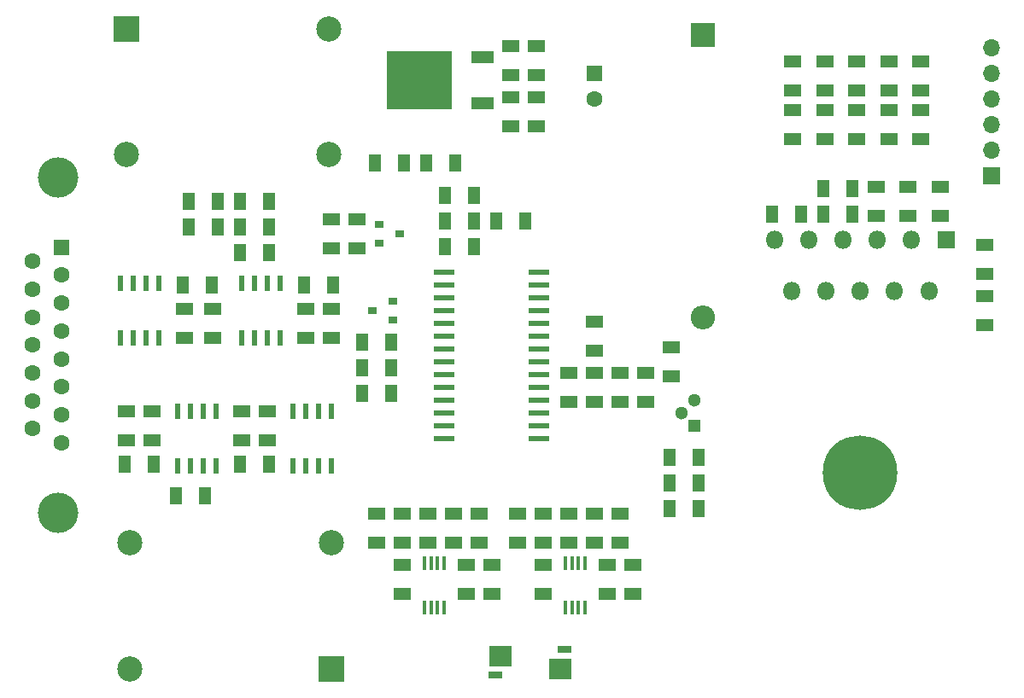
<source format=gbr>
G04 #@! TF.GenerationSoftware,KiCad,Pcbnew,(5.0.0-rc2-dev-444-g2974a2c10)*
G04 #@! TF.CreationDate,2018-05-07T15:04:31+02:00*
G04 #@! TF.ProjectId,TrackAmplifier,547261636B416D706C69666965722E6B,rev?*
G04 #@! TF.SameCoordinates,Original*
G04 #@! TF.FileFunction,Copper,L1,Top,Signal*
G04 #@! TF.FilePolarity,Positive*
%FSLAX46Y46*%
G04 Gerber Fmt 4.6, Leading zero omitted, Abs format (unit mm)*
G04 Created by KiCad (PCBNEW (5.0.0-rc2-dev-444-g2974a2c10)) date 05/07/18 15:04:31*
%MOMM*%
%LPD*%
G01*
G04 APERTURE LIST*
%ADD10R,1.800000X1.220000*%
%ADD11R,1.220000X1.800000*%
%ADD12R,1.600000X1.600000*%
%ADD13C,1.600000*%
%ADD14R,0.900000X0.800000*%
%ADD15R,0.600000X1.550000*%
%ADD16R,2.200000X1.200000*%
%ADD17R,6.400000X5.800000*%
%ADD18R,0.450000X1.450000*%
%ADD19R,2.000000X0.600000*%
%ADD20C,4.000000*%
%ADD21C,2.500000*%
%ADD22R,2.500000X2.500000*%
%ADD23R,2.400000X2.400000*%
%ADD24O,2.400000X2.400000*%
%ADD25C,1.300000*%
%ADD26R,1.300000X1.300000*%
%ADD27C,7.400000*%
%ADD28C,0.800000*%
%ADD29R,1.800000X1.800000*%
%ADD30O,1.800000X1.800000*%
%ADD31R,2.290000X2.030000*%
%ADD32R,1.400000X0.760000*%
%ADD33R,1.700000X1.700000*%
%ADD34O,1.700000X1.700000*%
G04 APERTURE END LIST*
D10*
X70320000Y-83965000D03*
X70320000Y-81105000D03*
X84925000Y-81105000D03*
X84925000Y-83965000D03*
X73096675Y-81105000D03*
X73096675Y-83965000D03*
X82385000Y-81105000D03*
X82385000Y-83965000D03*
X105245000Y-60150000D03*
X105245000Y-63010000D03*
X102705000Y-63010000D03*
X102705000Y-60150000D03*
D11*
X133660000Y-69200000D03*
X136520000Y-69200000D03*
X136520000Y-71740000D03*
X133660000Y-71740000D03*
D10*
X102705000Y-55070000D03*
X102705000Y-57930000D03*
X64605000Y-94125000D03*
X64605000Y-91265000D03*
X76035000Y-91265000D03*
X76035000Y-94125000D03*
X105245000Y-57930000D03*
X105245000Y-55070000D03*
X67145000Y-94125000D03*
X67145000Y-91265000D03*
X78575000Y-91265000D03*
X78575000Y-94125000D03*
D12*
X110960000Y-57770000D03*
D13*
X110960000Y-60270000D03*
D10*
X149695000Y-77615000D03*
X149695000Y-74755000D03*
D11*
X131440000Y-71740000D03*
X128580000Y-71740000D03*
D10*
X105880000Y-101425000D03*
X105880000Y-104285000D03*
X108420000Y-104285000D03*
X108420000Y-101425000D03*
X112230000Y-106505000D03*
X112230000Y-109365000D03*
X110960000Y-101425000D03*
X110960000Y-104285000D03*
X91910000Y-104285000D03*
X91910000Y-101425000D03*
X94450000Y-101425000D03*
X94450000Y-104285000D03*
X100800000Y-109365000D03*
X100800000Y-106505000D03*
X110960000Y-87452479D03*
X110960000Y-90312479D03*
X108420000Y-90315000D03*
X108420000Y-87455000D03*
X96990000Y-101425000D03*
X96990000Y-104285000D03*
X110960000Y-85235000D03*
X110960000Y-82375000D03*
D11*
X70795000Y-73010000D03*
X73655000Y-73010000D03*
X99055000Y-72375000D03*
X96195000Y-72375000D03*
D10*
X130629947Y-56600757D03*
X130629947Y-59460757D03*
X133804947Y-56600757D03*
X133804947Y-59460757D03*
X136979947Y-59460757D03*
X136979947Y-56600757D03*
X140154947Y-59460757D03*
X140154947Y-56600757D03*
D11*
X75875000Y-70470000D03*
X78735000Y-70470000D03*
X75875000Y-73010000D03*
X78735000Y-73010000D03*
X96195000Y-74915000D03*
X99055000Y-74915000D03*
D14*
X89640000Y-72695000D03*
X89640000Y-74595000D03*
X91640000Y-73645000D03*
D11*
X73020000Y-78725000D03*
X70160000Y-78725000D03*
X85085000Y-78725000D03*
X82225000Y-78725000D03*
X92070000Y-66660000D03*
X89210000Y-66660000D03*
D10*
X142075000Y-69040000D03*
X142075000Y-71900000D03*
D11*
X94290000Y-66660000D03*
X97150000Y-66660000D03*
D10*
X138900000Y-69040000D03*
X138900000Y-71900000D03*
X145250000Y-69040000D03*
X145250000Y-71900000D03*
X84925000Y-75075000D03*
X84925000Y-72215000D03*
D11*
X67305000Y-96505000D03*
X64445000Y-96505000D03*
X78735000Y-96505000D03*
X75875000Y-96505000D03*
X121280000Y-100950000D03*
X118420000Y-100950000D03*
D10*
X103340000Y-104285000D03*
X103340000Y-101425000D03*
X105880000Y-109365000D03*
X105880000Y-106505000D03*
D11*
X72385000Y-99680000D03*
X69525000Y-99680000D03*
D10*
X114770000Y-109365000D03*
X114770000Y-106505000D03*
X113500000Y-104285000D03*
X113500000Y-101425000D03*
X89370000Y-104285000D03*
X89370000Y-101425000D03*
X91910000Y-109365000D03*
X91910000Y-106505000D03*
X98260000Y-109365000D03*
X98260000Y-106505000D03*
X113500000Y-90312479D03*
X113500000Y-87452479D03*
X99530000Y-104285000D03*
X99530000Y-101425000D03*
X149695000Y-82695000D03*
X149695000Y-79835000D03*
X116040000Y-90315000D03*
X116040000Y-87455000D03*
X130645000Y-61420000D03*
X130645000Y-64280000D03*
X133804947Y-64280000D03*
X133804947Y-61420000D03*
X136979947Y-61420000D03*
X136979947Y-64280000D03*
X143329947Y-61420000D03*
X143329947Y-64280000D03*
D11*
X75875000Y-75550000D03*
X78735000Y-75550000D03*
X99055000Y-69835000D03*
X96195000Y-69835000D03*
X104135000Y-72372479D03*
X101275000Y-72372479D03*
X70795000Y-70470000D03*
X73655000Y-70470000D03*
D15*
X67780000Y-78565000D03*
X66510000Y-78565000D03*
X65240000Y-78565000D03*
X63970000Y-78565000D03*
X63970000Y-83965000D03*
X65240000Y-83965000D03*
X66510000Y-83965000D03*
X67780000Y-83965000D03*
X79845000Y-78565000D03*
X78575000Y-78565000D03*
X77305000Y-78565000D03*
X76035000Y-78565000D03*
X76035000Y-83965000D03*
X77305000Y-83965000D03*
X78575000Y-83965000D03*
X79845000Y-83965000D03*
D16*
X99920000Y-60685000D03*
X99920000Y-56125000D03*
D17*
X93620000Y-58405000D03*
D15*
X69685000Y-91265000D03*
X70955000Y-91265000D03*
X72225000Y-91265000D03*
X73495000Y-91265000D03*
X73495000Y-96665000D03*
X72225000Y-96665000D03*
X70955000Y-96665000D03*
X69685000Y-96665000D03*
X81115000Y-91265000D03*
X82385000Y-91265000D03*
X83655000Y-91265000D03*
X84925000Y-91265000D03*
X84925000Y-96665000D03*
X83655000Y-96665000D03*
X82385000Y-96665000D03*
X81115000Y-96665000D03*
D18*
X108080000Y-110770000D03*
X108730000Y-110770000D03*
X109380000Y-110770000D03*
X110030000Y-110770000D03*
X110030000Y-106370000D03*
X109380000Y-106370000D03*
X108730000Y-106370000D03*
X108080000Y-106370000D03*
X94110000Y-106370000D03*
X94760000Y-106370000D03*
X95410000Y-106370000D03*
X96060000Y-106370000D03*
X96060000Y-110770000D03*
X95410000Y-110770000D03*
X94760000Y-110770000D03*
X94110000Y-110770000D03*
D19*
X96100000Y-77452479D03*
X96100000Y-78722479D03*
X96100000Y-79992479D03*
X96100000Y-81262479D03*
X96100000Y-82532479D03*
X96100000Y-83802479D03*
X96100000Y-85072479D03*
X96100000Y-86342479D03*
X96100000Y-87612479D03*
X96100000Y-88882479D03*
X96100000Y-90152479D03*
X96100000Y-91422479D03*
X96100000Y-92692479D03*
X96100000Y-93962479D03*
X105500000Y-93962479D03*
X105500000Y-92692479D03*
X105500000Y-91422479D03*
X105500000Y-90152479D03*
X105500000Y-88882479D03*
X105500000Y-87612479D03*
X105500000Y-86342479D03*
X105500000Y-85072479D03*
X105500000Y-83802479D03*
X105500000Y-82532479D03*
X105500000Y-81262479D03*
X105500000Y-79992479D03*
X105500000Y-78722479D03*
X105500000Y-77452479D03*
D12*
X58100000Y-75000000D03*
D13*
X58100000Y-77770000D03*
X58100000Y-80540000D03*
X58100000Y-83310000D03*
X58100000Y-86080000D03*
X58100000Y-88850000D03*
X58100000Y-91620000D03*
X58100000Y-94390000D03*
X55260000Y-76385000D03*
X55260000Y-79155000D03*
X55260000Y-81925000D03*
X55260000Y-84695000D03*
X55260000Y-87465000D03*
X55260000Y-90235000D03*
X55260000Y-93005000D03*
D20*
X57800000Y-68045000D03*
X57800000Y-101345000D03*
D21*
X64925000Y-104325000D03*
X84925000Y-104325000D03*
X64925000Y-116825000D03*
D22*
X84925000Y-116825000D03*
D23*
X121755000Y-53960000D03*
D24*
X121755000Y-81960000D03*
D11*
X87917872Y-86987536D03*
X90777872Y-86987536D03*
X90777872Y-84447536D03*
X87917872Y-84447536D03*
X87917872Y-89527536D03*
X90777872Y-89527536D03*
D14*
X90982872Y-82222536D03*
X90982872Y-80322536D03*
X88982872Y-81272536D03*
D10*
X143329947Y-56600757D03*
X143329947Y-59460757D03*
X140154947Y-61420000D03*
X140154947Y-64280000D03*
D11*
X118420000Y-98410000D03*
X121280000Y-98410000D03*
X121280000Y-95870000D03*
X118420000Y-95870000D03*
D25*
X119596000Y-91425000D03*
X120866000Y-90155000D03*
D26*
X120866000Y-92695000D03*
D21*
X84605000Y-65825000D03*
X64605000Y-65825000D03*
X84605000Y-53325000D03*
D22*
X64605000Y-53325000D03*
D10*
X87465000Y-72215000D03*
X87465000Y-75075000D03*
X118580000Y-87775000D03*
X118580000Y-84915000D03*
D27*
X137317013Y-97367015D03*
D28*
X134542013Y-97367015D03*
X135354792Y-95404794D03*
X137317013Y-94592015D03*
X139279234Y-95404794D03*
X140092013Y-97367015D03*
X139279234Y-99329236D03*
X137317013Y-100142015D03*
X135354792Y-99329236D03*
D29*
X145817013Y-74280000D03*
D30*
X144117013Y-79360000D03*
X142417013Y-74280000D03*
X140717013Y-79360000D03*
X139017013Y-74280000D03*
X137317013Y-79360000D03*
X135617013Y-74280000D03*
X133917013Y-79360000D03*
X132217013Y-74280000D03*
X130517013Y-79360000D03*
X128817013Y-74280000D03*
D31*
X107595000Y-116825000D03*
X101625000Y-115555000D03*
D32*
X108040000Y-114920000D03*
X101180000Y-117460000D03*
D33*
X150330000Y-67930000D03*
D34*
X150330000Y-65390000D03*
X150330000Y-62850000D03*
X150330000Y-60310000D03*
X150330000Y-57770000D03*
X150330000Y-55230000D03*
M02*

</source>
